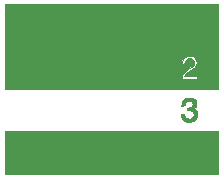
<source format=gtl>
G04 #@! TF.GenerationSoftware,KiCad,Pcbnew,(5.1.2-1)-1*
G04 #@! TF.CreationDate,2020-05-09T22:41:58-04:00*
G04 #@! TF.ProjectId,pcb-test-swatch,7063622d-7465-4737-942d-737761746368,rev?*
G04 #@! TF.SameCoordinates,Original*
G04 #@! TF.FileFunction,Copper,L1,Top*
G04 #@! TF.FilePolarity,Positive*
%FSLAX46Y46*%
G04 Gerber Fmt 4.6, Leading zero omitted, Abs format (unit mm)*
G04 Created by KiCad (PCBNEW (5.1.2-1)-1) date 2020-05-09 22:41:58*
%MOMM*%
%LPD*%
G04 APERTURE LIST*
%ADD10C,0.010000*%
G04 APERTURE END LIST*
D10*
G36*
X52832000Y-43518667D02*
G01*
X34840334Y-43518667D01*
X34840334Y-39920334D01*
X52832000Y-39920334D01*
X52832000Y-43518667D01*
X52832000Y-43518667D01*
G37*
X52832000Y-43518667D02*
X34840334Y-43518667D01*
X34840334Y-39920334D01*
X52832000Y-39920334D01*
X52832000Y-43518667D01*
G36*
X50625174Y-37097809D02*
G01*
X50816936Y-37179979D01*
X50943964Y-37316001D01*
X51005516Y-37505258D01*
X51011667Y-37602932D01*
X50998949Y-37754613D01*
X50953729Y-37857618D01*
X50916417Y-37900430D01*
X50821167Y-37994167D01*
X50940197Y-38100000D01*
X51046270Y-38246610D01*
X51090896Y-38427486D01*
X51076197Y-38620971D01*
X51004298Y-38805408D01*
X50877321Y-38959139D01*
X50854151Y-38977834D01*
X50746651Y-39046316D01*
X50629375Y-39084821D01*
X50468800Y-39103307D01*
X50423672Y-39105707D01*
X50202418Y-39102113D01*
X50044223Y-39066003D01*
X50012878Y-39051762D01*
X49891412Y-38954051D01*
X49785048Y-38808313D01*
X49715144Y-38648774D01*
X49699334Y-38549320D01*
X49709615Y-38474647D01*
X49757229Y-38444052D01*
X49847500Y-38438667D01*
X49947959Y-38446830D01*
X49989032Y-38482513D01*
X49995667Y-38539810D01*
X50033373Y-38683930D01*
X50141391Y-38788222D01*
X50312070Y-38845878D01*
X50344566Y-38850307D01*
X50474098Y-38857963D01*
X50560969Y-38835133D01*
X50645392Y-38768663D01*
X50670979Y-38743534D01*
X50777616Y-38594624D01*
X50804472Y-38451377D01*
X50756269Y-38324716D01*
X50637730Y-38225562D01*
X50453578Y-38164837D01*
X50418425Y-38159428D01*
X50292011Y-38139019D01*
X50230072Y-38112821D01*
X50212740Y-38067609D01*
X50215660Y-38024431D01*
X50237463Y-37953097D01*
X50296885Y-37916985D01*
X50396905Y-37901008D01*
X50572079Y-37856233D01*
X50677792Y-37763721D01*
X50715232Y-37622400D01*
X50715334Y-37613167D01*
X50681691Y-37468200D01*
X50582769Y-37375845D01*
X50421572Y-37338661D01*
X50392008Y-37338000D01*
X50220106Y-37361558D01*
X50109086Y-37437731D01*
X50047716Y-37574773D01*
X50043484Y-37594068D01*
X50011920Y-37695202D01*
X49953238Y-37740038D01*
X49871762Y-37753879D01*
X49729679Y-37767592D01*
X49753028Y-37593517D01*
X49815236Y-37368414D01*
X49933447Y-37206645D01*
X50108447Y-37107541D01*
X50341021Y-37070434D01*
X50369421Y-37070108D01*
X50625174Y-37097809D01*
X50625174Y-37097809D01*
G37*
X50625174Y-37097809D02*
X50816936Y-37179979D01*
X50943964Y-37316001D01*
X51005516Y-37505258D01*
X51011667Y-37602932D01*
X50998949Y-37754613D01*
X50953729Y-37857618D01*
X50916417Y-37900430D01*
X50821167Y-37994167D01*
X50940197Y-38100000D01*
X51046270Y-38246610D01*
X51090896Y-38427486D01*
X51076197Y-38620971D01*
X51004298Y-38805408D01*
X50877321Y-38959139D01*
X50854151Y-38977834D01*
X50746651Y-39046316D01*
X50629375Y-39084821D01*
X50468800Y-39103307D01*
X50423672Y-39105707D01*
X50202418Y-39102113D01*
X50044223Y-39066003D01*
X50012878Y-39051762D01*
X49891412Y-38954051D01*
X49785048Y-38808313D01*
X49715144Y-38648774D01*
X49699334Y-38549320D01*
X49709615Y-38474647D01*
X49757229Y-38444052D01*
X49847500Y-38438667D01*
X49947959Y-38446830D01*
X49989032Y-38482513D01*
X49995667Y-38539810D01*
X50033373Y-38683930D01*
X50141391Y-38788222D01*
X50312070Y-38845878D01*
X50344566Y-38850307D01*
X50474098Y-38857963D01*
X50560969Y-38835133D01*
X50645392Y-38768663D01*
X50670979Y-38743534D01*
X50777616Y-38594624D01*
X50804472Y-38451377D01*
X50756269Y-38324716D01*
X50637730Y-38225562D01*
X50453578Y-38164837D01*
X50418425Y-38159428D01*
X50292011Y-38139019D01*
X50230072Y-38112821D01*
X50212740Y-38067609D01*
X50215660Y-38024431D01*
X50237463Y-37953097D01*
X50296885Y-37916985D01*
X50396905Y-37901008D01*
X50572079Y-37856233D01*
X50677792Y-37763721D01*
X50715232Y-37622400D01*
X50715334Y-37613167D01*
X50681691Y-37468200D01*
X50582769Y-37375845D01*
X50421572Y-37338661D01*
X50392008Y-37338000D01*
X50220106Y-37361558D01*
X50109086Y-37437731D01*
X50047716Y-37574773D01*
X50043484Y-37594068D01*
X50011920Y-37695202D01*
X49953238Y-37740038D01*
X49871762Y-37753879D01*
X49729679Y-37767592D01*
X49753028Y-37593517D01*
X49815236Y-37368414D01*
X49933447Y-37206645D01*
X50108447Y-37107541D01*
X50341021Y-37070434D01*
X50369421Y-37070108D01*
X50625174Y-37097809D01*
G36*
X52832000Y-36364334D02*
G01*
X34840334Y-36364334D01*
X34840334Y-35475334D01*
X49732244Y-35475334D01*
X51054000Y-35475334D01*
X51054000Y-35263667D01*
X50524834Y-35263667D01*
X50320966Y-35260729D01*
X50154625Y-35252673D01*
X50041151Y-35240629D01*
X49995885Y-35225733D01*
X49995667Y-35224582D01*
X50031674Y-35142123D01*
X50131732Y-35032941D01*
X50283895Y-34907637D01*
X50476220Y-34776811D01*
X50551515Y-34731267D01*
X50774323Y-34586838D01*
X50925335Y-34452590D01*
X51014404Y-34316297D01*
X51051383Y-34165734D01*
X51053842Y-34107981D01*
X51016643Y-33890344D01*
X50911569Y-33715041D01*
X50749099Y-33592324D01*
X50539710Y-33532447D01*
X50461334Y-33528224D01*
X50221479Y-33563553D01*
X50025885Y-33664941D01*
X49883796Y-33825113D01*
X49804456Y-34036794D01*
X49802655Y-34046584D01*
X49789009Y-34149849D01*
X49806009Y-34194656D01*
X49865976Y-34205205D01*
X49883490Y-34205334D01*
X49958704Y-34191346D01*
X50005425Y-34134422D01*
X50037583Y-34037550D01*
X50112071Y-33874469D01*
X50234435Y-33777457D01*
X50413087Y-33740433D01*
X50449586Y-33739667D01*
X50630538Y-33772430D01*
X50757450Y-33870040D01*
X50825750Y-34018023D01*
X50834316Y-34133032D01*
X50794802Y-34244609D01*
X50699672Y-34362293D01*
X50541389Y-34495626D01*
X50334969Y-34639357D01*
X50117755Y-34790431D01*
X49964245Y-34919962D01*
X49861754Y-35042925D01*
X49797598Y-35174293D01*
X49761320Y-35316584D01*
X49732244Y-35475334D01*
X34840334Y-35475334D01*
X34840334Y-29125334D01*
X52832000Y-29125334D01*
X52832000Y-36364334D01*
X52832000Y-36364334D01*
G37*
X52832000Y-36364334D02*
X34840334Y-36364334D01*
X34840334Y-35475334D01*
X49732244Y-35475334D01*
X51054000Y-35475334D01*
X51054000Y-35263667D01*
X50524834Y-35263667D01*
X50320966Y-35260729D01*
X50154625Y-35252673D01*
X50041151Y-35240629D01*
X49995885Y-35225733D01*
X49995667Y-35224582D01*
X50031674Y-35142123D01*
X50131732Y-35032941D01*
X50283895Y-34907637D01*
X50476220Y-34776811D01*
X50551515Y-34731267D01*
X50774323Y-34586838D01*
X50925335Y-34452590D01*
X51014404Y-34316297D01*
X51051383Y-34165734D01*
X51053842Y-34107981D01*
X51016643Y-33890344D01*
X50911569Y-33715041D01*
X50749099Y-33592324D01*
X50539710Y-33532447D01*
X50461334Y-33528224D01*
X50221479Y-33563553D01*
X50025885Y-33664941D01*
X49883796Y-33825113D01*
X49804456Y-34036794D01*
X49802655Y-34046584D01*
X49789009Y-34149849D01*
X49806009Y-34194656D01*
X49865976Y-34205205D01*
X49883490Y-34205334D01*
X49958704Y-34191346D01*
X50005425Y-34134422D01*
X50037583Y-34037550D01*
X50112071Y-33874469D01*
X50234435Y-33777457D01*
X50413087Y-33740433D01*
X50449586Y-33739667D01*
X50630538Y-33772430D01*
X50757450Y-33870040D01*
X50825750Y-34018023D01*
X50834316Y-34133032D01*
X50794802Y-34244609D01*
X50699672Y-34362293D01*
X50541389Y-34495626D01*
X50334969Y-34639357D01*
X50117755Y-34790431D01*
X49964245Y-34919962D01*
X49861754Y-35042925D01*
X49797598Y-35174293D01*
X49761320Y-35316584D01*
X49732244Y-35475334D01*
X34840334Y-35475334D01*
X34840334Y-29125334D01*
X52832000Y-29125334D01*
X52832000Y-36364334D01*
M02*

</source>
